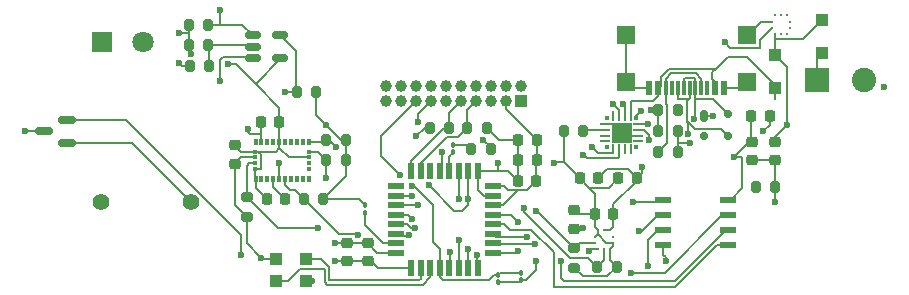
<source format=gbr>
%TF.GenerationSoftware,KiCad,Pcbnew,9.0.4*%
%TF.CreationDate,2026-02-27T16:14:11-07:00*%
%TF.ProjectId,Ashurs PCB,41736875-7273-4205-9043-422e6b696361,rev?*%
%TF.SameCoordinates,Original*%
%TF.FileFunction,Copper,L1,Top*%
%TF.FilePolarity,Positive*%
%FSLAX46Y46*%
G04 Gerber Fmt 4.6, Leading zero omitted, Abs format (unit mm)*
G04 Created by KiCad (PCBNEW 9.0.4) date 2026-02-27 16:14:11*
%MOMM*%
%LPD*%
G01*
G04 APERTURE LIST*
G04 Aperture macros list*
%AMRoundRect*
0 Rectangle with rounded corners*
0 $1 Rounding radius*
0 $2 $3 $4 $5 $6 $7 $8 $9 X,Y pos of 4 corners*
0 Add a 4 corners polygon primitive as box body*
4,1,4,$2,$3,$4,$5,$6,$7,$8,$9,$2,$3,0*
0 Add four circle primitives for the rounded corners*
1,1,$1+$1,$2,$3*
1,1,$1+$1,$4,$5*
1,1,$1+$1,$6,$7*
1,1,$1+$1,$8,$9*
0 Add four rect primitives between the rounded corners*
20,1,$1+$1,$2,$3,$4,$5,0*
20,1,$1+$1,$4,$5,$6,$7,0*
20,1,$1+$1,$6,$7,$8,$9,0*
20,1,$1+$1,$8,$9,$2,$3,0*%
G04 Aperture macros list end*
%TA.AperFunction,SMDPad,CuDef*%
%ADD10RoundRect,0.200000X-0.200000X-0.275000X0.200000X-0.275000X0.200000X0.275000X-0.200000X0.275000X0*%
%TD*%
%TA.AperFunction,SMDPad,CuDef*%
%ADD11RoundRect,0.225000X-0.250000X0.225000X-0.250000X-0.225000X0.250000X-0.225000X0.250000X0.225000X0*%
%TD*%
%TA.AperFunction,SMDPad,CuDef*%
%ADD12R,0.300000X0.525000*%
%TD*%
%TA.AperFunction,SMDPad,CuDef*%
%ADD13R,0.425000X0.300000*%
%TD*%
%TA.AperFunction,SMDPad,CuDef*%
%ADD14RoundRect,0.100000X-0.100000X0.130000X-0.100000X-0.130000X0.100000X-0.130000X0.100000X0.130000X0*%
%TD*%
%TA.AperFunction,SMDPad,CuDef*%
%ADD15RoundRect,0.200000X-0.275000X0.200000X-0.275000X-0.200000X0.275000X-0.200000X0.275000X0.200000X0*%
%TD*%
%TA.AperFunction,ComponentPad*%
%ADD16R,1.800000X1.800000*%
%TD*%
%TA.AperFunction,ComponentPad*%
%ADD17C,1.800000*%
%TD*%
%TA.AperFunction,SMDPad,CuDef*%
%ADD18RoundRect,0.200000X0.200000X0.275000X-0.200000X0.275000X-0.200000X-0.275000X0.200000X-0.275000X0*%
%TD*%
%TA.AperFunction,SMDPad,CuDef*%
%ADD19R,0.279400X0.254000*%
%TD*%
%TA.AperFunction,SMDPad,CuDef*%
%ADD20R,0.254000X0.279400*%
%TD*%
%TA.AperFunction,SMDPad,CuDef*%
%ADD21R,1.000000X1.050000*%
%TD*%
%TA.AperFunction,SMDPad,CuDef*%
%ADD22RoundRect,0.225000X0.250000X-0.225000X0.250000X0.225000X-0.250000X0.225000X-0.250000X-0.225000X0*%
%TD*%
%TA.AperFunction,SMDPad,CuDef*%
%ADD23RoundRect,0.225000X0.225000X0.250000X-0.225000X0.250000X-0.225000X-0.250000X0.225000X-0.250000X0*%
%TD*%
%TA.AperFunction,ComponentPad*%
%ADD24R,1.000000X1.000000*%
%TD*%
%TA.AperFunction,ComponentPad*%
%ADD25C,1.000000*%
%TD*%
%TA.AperFunction,SMDPad,CuDef*%
%ADD26R,0.508000X1.473200*%
%TD*%
%TA.AperFunction,SMDPad,CuDef*%
%ADD27R,1.473200X0.508000*%
%TD*%
%TA.AperFunction,SMDPad,CuDef*%
%ADD28RoundRect,0.150000X-0.512500X-0.150000X0.512500X-0.150000X0.512500X0.150000X-0.512500X0.150000X0*%
%TD*%
%TA.AperFunction,SMDPad,CuDef*%
%ADD29RoundRect,0.225000X-0.225000X-0.250000X0.225000X-0.250000X0.225000X0.250000X-0.225000X0.250000X0*%
%TD*%
%TA.AperFunction,SMDPad,CuDef*%
%ADD30RoundRect,0.200000X0.275000X-0.200000X0.275000X0.200000X-0.275000X0.200000X-0.275000X-0.200000X0*%
%TD*%
%TA.AperFunction,SMDPad,CuDef*%
%ADD31RoundRect,0.218750X0.218750X0.256250X-0.218750X0.256250X-0.218750X-0.256250X0.218750X-0.256250X0*%
%TD*%
%TA.AperFunction,SMDPad,CuDef*%
%ADD32RoundRect,0.175000X-0.175000X-0.325000X0.175000X-0.325000X0.175000X0.325000X-0.175000X0.325000X0*%
%TD*%
%TA.AperFunction,SMDPad,CuDef*%
%ADD33RoundRect,0.150000X-0.200000X-0.150000X0.200000X-0.150000X0.200000X0.150000X-0.200000X0.150000X0*%
%TD*%
%TA.AperFunction,SMDPad,CuDef*%
%ADD34RoundRect,0.150000X0.587500X0.150000X-0.587500X0.150000X-0.587500X-0.150000X0.587500X-0.150000X0*%
%TD*%
%TA.AperFunction,SMDPad,CuDef*%
%ADD35R,0.355600X0.355600*%
%TD*%
%TA.AperFunction,SMDPad,CuDef*%
%ADD36R,0.812800X0.254000*%
%TD*%
%TA.AperFunction,SMDPad,CuDef*%
%ADD37R,0.254000X0.812800*%
%TD*%
%TA.AperFunction,SMDPad,CuDef*%
%ADD38R,1.701800X1.701800*%
%TD*%
%TA.AperFunction,ComponentPad*%
%ADD39R,2.050000X2.050000*%
%TD*%
%TA.AperFunction,ComponentPad*%
%ADD40C,2.050000*%
%TD*%
%TA.AperFunction,SMDPad,CuDef*%
%ADD41RoundRect,0.250000X-0.300000X0.300000X-0.300000X-0.300000X0.300000X-0.300000X0.300000X0.300000X0*%
%TD*%
%TA.AperFunction,SMDPad,CuDef*%
%ADD42R,0.600000X1.150000*%
%TD*%
%TA.AperFunction,SMDPad,CuDef*%
%ADD43R,0.300000X1.150000*%
%TD*%
%TA.AperFunction,SMDPad,CuDef*%
%ADD44R,1.500000X1.500000*%
%TD*%
%TA.AperFunction,SMDPad,CuDef*%
%ADD45R,1.460500X0.558800*%
%TD*%
%TA.AperFunction,ComponentPad*%
%ADD46C,1.408000*%
%TD*%
%TA.AperFunction,ViaPad*%
%ADD47C,0.600000*%
%TD*%
%TA.AperFunction,Conductor*%
%ADD48C,0.200000*%
%TD*%
G04 APERTURE END LIST*
D10*
%TO.P,R18,1*%
%TO.N,Net-(D1-K)*%
X208350000Y-53750000D03*
%TO.P,R18,2*%
%TO.N,GND*%
X210000000Y-53750000D03*
%TD*%
D11*
%TO.P,C3,1*%
%TO.N,+3V3*%
X208000000Y-49950000D03*
%TO.P,C3,2*%
%TO.N,GND*%
X208000000Y-51500000D03*
%TD*%
D12*
%TO.P,U1,1*%
%TO.N,N/C*%
X166000000Y-49937500D03*
D13*
%TO.P,U1,2,GND*%
%TO.N,GND*%
X165937500Y-50750000D03*
%TO.P,U1,3,VDD*%
%TO.N,+3V3*%
X165937500Y-51250000D03*
%TO.P,U1,4,NBOOT_LOAD_PIN*%
%TO.N,IMU_nBOOTLOADPIN*%
X165937500Y-51750000D03*
%TO.P,U1,5,PS1*%
%TO.N,GND*%
X165937500Y-52250000D03*
D12*
%TO.P,U1,6,PS0*%
X166000000Y-53062500D03*
%TO.P,U1,7*%
%TO.N,N/C*%
X166500000Y-53062500D03*
%TO.P,U1,8*%
X167000000Y-53062500D03*
%TO.P,U1,9,CAP*%
%TO.N,Net-(U1-CAP)*%
X167500000Y-53062500D03*
%TO.P,U1,10,PIN10*%
%TO.N,IMU_BL_IND*%
X168000000Y-53062500D03*
%TO.P,U1,11,NRESET*%
%TO.N,IMU_nRESET*%
X168500000Y-53062500D03*
%TO.P,U1,12*%
%TO.N,N/C*%
X169000000Y-53062500D03*
%TO.P,U1,13*%
X169500000Y-53062500D03*
%TO.P,U1,14,INT*%
%TO.N,unconnected-(U1-INT-Pad14)*%
X170000000Y-53062500D03*
%TO.P,U1,15*%
%TO.N,N/C*%
X170500000Y-53062500D03*
D13*
%TO.P,U1,16,PIN16*%
%TO.N,unconnected-(U1-PIN16-Pad16)*%
X170562500Y-52250000D03*
%TO.P,U1,17,COM3*%
%TO.N,unconnected-(U1-COM3-Pad17)*%
X170562500Y-51750000D03*
%TO.P,U1,18,COM2*%
%TO.N,GND*%
X170562500Y-51250000D03*
%TO.P,U1,19,COM1*%
%TO.N,Altimeter_SCL*%
X170562500Y-50750000D03*
D12*
%TO.P,U1,20,COM0*%
%TO.N,Altimeter_SDA*%
X170500000Y-49937500D03*
%TO.P,U1,21*%
%TO.N,N/C*%
X170000000Y-49937500D03*
%TO.P,U1,22*%
X169500000Y-49937500D03*
%TO.P,U1,23*%
X169000000Y-49937500D03*
%TO.P,U1,24*%
X168500000Y-49937500D03*
%TO.P,U1,25,GNDIO*%
%TO.N,GND*%
X168000000Y-49937500D03*
%TO.P,U1,26,XOUT32*%
%TO.N,unconnected-(U1-XOUT32-Pad26)*%
X167500000Y-49937500D03*
%TO.P,U1,27,XIN32*%
%TO.N,unconnected-(U1-XIN32-Pad27)*%
X167000000Y-49937500D03*
%TO.P,U1,28,VDDIO*%
%TO.N,+3V3*%
X166500000Y-49937500D03*
%TD*%
D14*
%TO.P,C15,1*%
%TO.N,NRST*%
X186500000Y-61180000D03*
%TO.P,C15,2*%
%TO.N,GND*%
X186500000Y-61820000D03*
%TD*%
D15*
%TO.P,R17,1*%
%TO.N,Altimeter_SCL*%
X193000000Y-58925000D03*
%TO.P,R17,2*%
%TO.N,+3V3*%
X193000000Y-60575000D03*
%TD*%
D14*
%TO.P,D4,1,K*%
%TO.N,Net-(D4-K)*%
X182750000Y-50180000D03*
%TO.P,D4,2,A*%
%TO.N,COOLLED*%
X182750000Y-50820000D03*
%TD*%
D16*
%TO.P,J3,1,1*%
%TO.N,Net-(U6-+)*%
X153000000Y-41500000D03*
D17*
%TO.P,J3,2,2*%
%TO.N,VIN*%
X156500000Y-41500000D03*
%TD*%
D10*
%TO.P,R11,1*%
%TO.N,+3V3*%
X160425000Y-43500000D03*
%TO.P,R11,2*%
%TO.N,Net-(U6--)*%
X162075000Y-43500000D03*
%TD*%
D14*
%TO.P,JP2,1,A*%
%TO.N,NRST*%
X188503115Y-60997372D03*
%TO.P,JP2,2,B*%
%TO.N,GND*%
X188503115Y-61637372D03*
%TD*%
D18*
%TO.P,R12,1*%
%TO.N,Net-(U6--)*%
X162000000Y-41750000D03*
%TO.P,R12,2*%
%TO.N,GND*%
X160350000Y-41750000D03*
%TD*%
%TO.P,R8,1*%
%TO.N,Net-(U5-WAKEUP)*%
X193750000Y-49000000D03*
%TO.P,R8,2*%
%TO.N,+3V3*%
X192100000Y-49000000D03*
%TD*%
D19*
%TO.P,U2,1,ADJ/GND*%
%TO.N,GND*%
X209712600Y-39750000D03*
%TO.P,U2,2,Vout*%
%TO.N,+3V3*%
X209712600Y-40250000D03*
D20*
%TO.P,U2,3,Vin*%
%TO.N,VIN*%
X210000001Y-40787400D03*
%TO.P,U2,4,Vout*%
%TO.N,unconnected-(U2-Vout-Pad4)*%
X210500000Y-40787400D03*
%TO.P,U2,5*%
%TO.N,N/C*%
X210999999Y-40787400D03*
D19*
%TO.P,U2,6*%
X211287400Y-40250000D03*
%TO.P,U2,7*%
X211287400Y-39750000D03*
D20*
%TO.P,U2,8*%
X210999999Y-39212600D03*
%TO.P,U2,9*%
X210500000Y-39212600D03*
%TO.P,U2,10*%
X210000001Y-39212600D03*
%TD*%
D18*
%TO.P,R14,1*%
%TO.N,+3V3*%
X171750000Y-54750000D03*
%TO.P,R14,2*%
%TO.N,IMU_nRESET*%
X170100000Y-54750000D03*
%TD*%
D11*
%TO.P,C4,1*%
%TO.N,VIN*%
X210000000Y-49950000D03*
%TO.P,C4,2*%
%TO.N,GND*%
X210000000Y-51500000D03*
%TD*%
D18*
%TO.P,R10,1*%
%TO.N,+3V3*%
X171150000Y-45750000D03*
%TO.P,R10,2*%
%TO.N,SWITCH*%
X169500000Y-45750000D03*
%TD*%
D21*
%TO.P,Y2,1,OE*%
%TO.N,RCC_OSC_OUT*%
X167700000Y-61675000D03*
%TO.P,Y2,2,GND*%
%TO.N,GND*%
X170300000Y-61675000D03*
%TO.P,Y2,3,OUTPUT*%
%TO.N,RCC_OSC_IN*%
X170300000Y-59825000D03*
%TO.P,Y2,4,SUPPLY_VOLTAGE*%
%TO.N,+3V3*%
X167700000Y-59825000D03*
%TD*%
D22*
%TO.P,C12,1*%
%TO.N,+3V3*%
X175500000Y-60050000D03*
%TO.P,C12,2*%
%TO.N,GND*%
X175500000Y-58500000D03*
%TD*%
D23*
%TO.P,C7,1*%
%TO.N,GND*%
X195000000Y-53026000D03*
%TO.P,C7,2*%
%TO.N,+3V3*%
X193450000Y-53026000D03*
%TD*%
D24*
%TO.P,J1,1,1*%
%TO.N,+3V3*%
X188465000Y-46500000D03*
D25*
%TO.P,J1,2,2*%
X188465000Y-45230000D03*
%TO.P,J1,3,3*%
%TO.N,GND*%
X187195000Y-46500000D03*
%TO.P,J1,4,4*%
X187195000Y-45230000D03*
%TO.P,J1,5,5*%
X185925000Y-46500000D03*
%TO.P,J1,6,6*%
X185925000Y-45230000D03*
%TO.P,J1,7,7*%
%TO.N,PROG_SWDIO*%
X184655000Y-46500000D03*
%TO.P,J1,8,8*%
%TO.N,GND*%
X184655000Y-45230000D03*
%TO.P,J1,9,9*%
%TO.N,PROG_SWCLK*%
X183385000Y-46500000D03*
%TO.P,J1,10,10*%
%TO.N,GND*%
X183385000Y-45230000D03*
%TO.P,J1,11,11*%
%TO.N,unconnected-(J1-Pad11)*%
X182115000Y-46500000D03*
%TO.P,J1,12,12*%
%TO.N,GND*%
X182115000Y-45230000D03*
%TO.P,J1,13,13*%
%TO.N,PROG_SWO*%
X180845000Y-46500000D03*
%TO.P,J1,14,14*%
%TO.N,GND*%
X180845000Y-45230000D03*
%TO.P,J1,15,15*%
%TO.N,NRST*%
X179575000Y-46500000D03*
%TO.P,J1,16,16*%
%TO.N,GND*%
X179575000Y-45230000D03*
%TO.P,J1,17,17*%
%TO.N,unconnected-(J1-Pad17)*%
X178305000Y-46500000D03*
%TO.P,J1,18,18*%
%TO.N,GND*%
X178305000Y-45230000D03*
%TO.P,J1,19,19*%
%TO.N,unconnected-(J1-Pad19)*%
X177035000Y-46500000D03*
%TO.P,J1,20,20*%
%TO.N,GND*%
X177035000Y-45230000D03*
%TD*%
D26*
%TO.P,U7,1,VDD*%
%TO.N,+3V3*%
X179200001Y-60614800D03*
%TO.P,U7,2,PF0-OSC_IN*%
%TO.N,RCC_OSC_IN*%
X179999999Y-60614800D03*
%TO.P,U7,3,PF1-OSC_OUT*%
%TO.N,RCC_OSC_OUT*%
X180800000Y-60614800D03*
%TO.P,U7,4,PG10-NRST*%
%TO.N,NRST*%
X181600001Y-60614800D03*
%TO.P,U7,5,PA0*%
%TO.N,SWITCH*%
X182399999Y-60614800D03*
%TO.P,U7,6,PA1*%
%TO.N,Buzzer*%
X183200000Y-60614800D03*
%TO.P,U7,7,PA2*%
%TO.N,Flash_WP*%
X183999999Y-60614800D03*
%TO.P,U7,8,PA3*%
%TO.N,Flash_Hold*%
X184799999Y-60614800D03*
D27*
%TO.P,U7,9,PA4*%
%TO.N,Flash_CE*%
X186114800Y-59299999D03*
%TO.P,U7,10,PA5*%
%TO.N,Flash_SCK*%
X186114800Y-58500001D03*
%TO.P,U7,11,PA6*%
%TO.N,Flash_SO*%
X186114800Y-57700000D03*
%TO.P,U7,12,PA7*%
%TO.N,Flash_SI*%
X186114800Y-56899999D03*
%TO.P,U7,13,PB0*%
%TO.N,USB_RSTB*%
X186114800Y-56100001D03*
%TO.P,U7,14,VSSA*%
%TO.N,GND*%
X186114800Y-55300000D03*
%TO.P,U7,15,VDDA*%
%TO.N,+3V3*%
X186114800Y-54500001D03*
%TO.P,U7,16,VSS*%
%TO.N,GND*%
X186114800Y-53700001D03*
D26*
%TO.P,U7,17,VDD*%
%TO.N,+3V3*%
X184799999Y-52385200D03*
%TO.P,U7,18,PA8*%
%TO.N,Altimeter_SDA*%
X184000001Y-52385200D03*
%TO.P,U7,19,PA9*%
%TO.N,Altimeter_SCL*%
X183200000Y-52385200D03*
%TO.P,U7,20,PA10*%
%TO.N,COOLLED*%
X182399999Y-52385200D03*
%TO.P,U7,21,PA11*%
%TO.N,PROG_SWO*%
X181600001Y-52385200D03*
%TO.P,U7,22,PA12*%
%TO.N,unconnected-(U7A-PA12-Pad22)*%
X180800000Y-52385200D03*
%TO.P,U7,23,PA13*%
%TO.N,PROG_SWDIO*%
X180000001Y-52385200D03*
%TO.P,U7,24,PA14*%
%TO.N,PROG_SWCLK*%
X179200001Y-52385200D03*
D27*
%TO.P,U7,25,PA15*%
%TO.N,unconnected-(U7A-PA15-Pad25)*%
X177885200Y-53700001D03*
%TO.P,U7,26,PB3*%
%TO.N,USB_TXD*%
X177885200Y-54499999D03*
%TO.P,U7,27,PB4*%
%TO.N,USB_RXD*%
X177885200Y-55300000D03*
%TO.P,U7,28,PB5*%
%TO.N,IMU_BL_IND*%
X177885200Y-56100001D03*
%TO.P,U7,29,PB6*%
%TO.N,IMU_nBOOTLOADPIN*%
X177885200Y-56899999D03*
%TO.P,U7,30,PB7*%
%TO.N,IMU_nRESET*%
X177885200Y-57700000D03*
%TO.P,U7,31,PB8-BOOT0*%
%TO.N,BOOT*%
X177885200Y-58499999D03*
%TO.P,U7,32,VSS*%
%TO.N,GND*%
X177885200Y-59299999D03*
%TD*%
D28*
%TO.P,U6,1,+*%
%TO.N,Net-(U6-+)*%
X165792500Y-40915000D03*
%TO.P,U6,2,-*%
%TO.N,Net-(U6--)*%
X165792500Y-41865000D03*
%TO.P,U6,3,V+*%
%TO.N,VIN*%
X165792500Y-42815000D03*
%TO.P,U6,4,V-*%
%TO.N,GND*%
X168067500Y-42815000D03*
%TO.P,U6,5*%
%TO.N,SWITCH*%
X168067500Y-40915000D03*
%TD*%
D23*
%TO.P,C8,1*%
%TO.N,GND*%
X198275000Y-53026000D03*
%TO.P,C8,2*%
%TO.N,+3V3*%
X196725000Y-53026000D03*
%TD*%
D18*
%TO.P,R6,1*%
%TO.N,GND*%
X201750000Y-49000000D03*
%TO.P,R6,2*%
%TO.N,Net-(U5-VBUS)*%
X200100000Y-49000000D03*
%TD*%
D23*
%TO.P,C2,1*%
%TO.N,Net-(U1-CAP)*%
X168500000Y-54750000D03*
%TO.P,C2,2*%
%TO.N,GND*%
X166950000Y-54750000D03*
%TD*%
D14*
%TO.P,JP1,1,A*%
%TO.N,+3V3*%
X175250000Y-55280000D03*
%TO.P,JP1,2,B*%
%TO.N,BOOT*%
X175250000Y-55920000D03*
%TD*%
D11*
%TO.P,C1,1*%
%TO.N,GND*%
X164250000Y-50225000D03*
%TO.P,C1,2*%
%TO.N,+3V3*%
X164250000Y-51775000D03*
%TD*%
%TO.P,C6,1*%
%TO.N,+3V3*%
X193000000Y-55725000D03*
%TO.P,C6,2*%
%TO.N,GND*%
X193000000Y-57275000D03*
%TD*%
D29*
%TO.P,C11,1*%
%TO.N,+3V3*%
X188250000Y-49750000D03*
%TO.P,C11,2*%
%TO.N,GND*%
X189800000Y-49750000D03*
%TD*%
D30*
%TO.P,R15,1*%
%TO.N,+3V3*%
X165250000Y-56250000D03*
%TO.P,R15,2*%
%TO.N,IMU_nBOOTLOADPIN*%
X165250000Y-54600000D03*
%TD*%
D31*
%TO.P,D1,1,K*%
%TO.N,Net-(D1-K)*%
X209537500Y-47750000D03*
%TO.P,D1,2,A*%
%TO.N,+3V3*%
X207962500Y-47750000D03*
%TD*%
D18*
%TO.P,R4,1*%
%TO.N,+3V3*%
X185569911Y-48740620D03*
%TO.P,R4,2*%
%TO.N,PROG_SWDIO*%
X183919911Y-48740620D03*
%TD*%
D10*
%TO.P,R16,1*%
%TO.N,Altimeter_SDA*%
X194925000Y-60500000D03*
%TO.P,R16,2*%
%TO.N,+3V3*%
X196575000Y-60500000D03*
%TD*%
D29*
%TO.P,C5,1*%
%TO.N,+3V3*%
X194750000Y-56000000D03*
%TO.P,C5,2*%
%TO.N,GND*%
X196300000Y-56000000D03*
%TD*%
D18*
%TO.P,R2,1*%
%TO.N,+3V3*%
X173650000Y-51500000D03*
%TO.P,R2,2*%
%TO.N,Altimeter_SCL*%
X172000000Y-51500000D03*
%TD*%
%TO.P,R1,1*%
%TO.N,+3V3*%
X173650000Y-49750000D03*
%TO.P,R1,2*%
%TO.N,Altimeter_SDA*%
X172000000Y-49750000D03*
%TD*%
D32*
%TO.P,D3,1*%
%TO.N,GND*%
X204000000Y-47750000D03*
D33*
%TO.P,D3,2*%
%TO.N,VBUS*%
X204000000Y-49450000D03*
%TO.P,D3,3*%
%TO.N,Net-(J2-DP1)*%
X206000000Y-49450000D03*
%TO.P,D3,4*%
%TO.N,Net-(J2-DN1)*%
X206000000Y-47550000D03*
%TD*%
D29*
%TO.P,C10,1*%
%TO.N,+3V3*%
X188225000Y-53250000D03*
%TO.P,C10,2*%
%TO.N,GND*%
X189775000Y-53250000D03*
%TD*%
D34*
%TO.P,Q1,1,D*%
%TO.N,Net-(Q1-D)*%
X150000000Y-50000000D03*
%TO.P,Q1,2,G*%
%TO.N,Buzzer*%
X150000000Y-48100000D03*
%TO.P,Q1,3,S*%
%TO.N,GND*%
X148125000Y-49050000D03*
%TD*%
D10*
%TO.P,R13,1*%
%TO.N,Net-(D4-K)*%
X184250000Y-50500000D03*
%TO.P,R13,2*%
%TO.N,GND*%
X185900000Y-50500000D03*
%TD*%
%TO.P,R3,1*%
%TO.N,+3V3*%
X180744690Y-48740620D03*
%TO.P,R3,2*%
%TO.N,PROG_SWCLK*%
X182394690Y-48740620D03*
%TD*%
D29*
%TO.P,C14,1*%
%TO.N,+3V3*%
X166475000Y-48250000D03*
%TO.P,C14,2*%
%TO.N,GND*%
X168025000Y-48250000D03*
%TD*%
D22*
%TO.P,C13,1*%
%TO.N,+3V3*%
X173750000Y-60050000D03*
%TO.P,C13,2*%
%TO.N,GND*%
X173750000Y-58500000D03*
%TD*%
D29*
%TO.P,C9,1*%
%TO.N,+3V3*%
X188250000Y-51500000D03*
%TO.P,C9,2*%
%TO.N,GND*%
X189800000Y-51500000D03*
%TD*%
D35*
%TO.P,U5,1,GPIO.1_/_RS485*%
%TO.N,unconnected-(U5-GPIO.1_{slash}_RS485-Pad1)*%
X198249811Y-50397061D03*
D36*
%TO.P,U5,2,GPIO.0_/CLK*%
%TO.N,unconnected-(U5-GPIO.0_{slash}CLK-Pad2)*%
X198396811Y-49897189D03*
%TO.P,U5,3,GND*%
%TO.N,GND*%
X198396811Y-49397063D03*
%TO.P,U5,4,D+*%
%TO.N,Net-(J2-DP1)*%
X198396811Y-48896937D03*
%TO.P,U5,5,D-*%
%TO.N,Net-(J2-DN1)*%
X198396811Y-48396811D03*
D35*
%TO.P,U5,6,VDD*%
%TO.N,+3V3*%
X198249811Y-47896939D03*
D37*
%TO.P,U5,7,VREGIN*%
%TO.N,VBUS*%
X197750000Y-47750000D03*
%TO.P,U5,8,VBUS*%
%TO.N,Net-(U5-VBUS)*%
X197249874Y-47750000D03*
%TO.P,U5,9,RSTB*%
%TO.N,USB_RSTB*%
X196749748Y-47750000D03*
%TO.P,U5,10,NC*%
%TO.N,unconnected-(U5-NC-Pad10)*%
X196249622Y-47750000D03*
D35*
%TO.P,U5,11,SUSPENDB*%
%TO.N,unconnected-(U5-SUSPENDB-Pad11)*%
X195749811Y-47896939D03*
D36*
%TO.P,U5,12,GND*%
%TO.N,GND*%
X195602811Y-48396811D03*
%TO.P,U5,13,WAKEUP*%
%TO.N,Net-(U5-WAKEUP)*%
X195602811Y-48896937D03*
%TO.P,U5,14,SUSPEND*%
%TO.N,unconnected-(U5-SUSPEND-Pad14)*%
X195602811Y-49397063D03*
%TO.P,U5,15,CTS*%
%TO.N,unconnected-(U5-CTS-Pad15)*%
X195602811Y-49897189D03*
D35*
%TO.P,U5,16,RTS*%
%TO.N,unconnected-(U5-RTS-Pad16)*%
X195749811Y-50397061D03*
D37*
%TO.P,U5,17,RXD*%
%TO.N,USB_TXD*%
X196249622Y-50544000D03*
%TO.P,U5,18,TXD*%
%TO.N,USB_RXD*%
X196749748Y-50544000D03*
%TO.P,U5,19,GPIO.3_/_RXT*%
%TO.N,unconnected-(U5-GPIO.3_{slash}_RXT-Pad19)*%
X197249874Y-50544000D03*
%TO.P,U5,20,GPIO.2_/_TXT*%
%TO.N,unconnected-(U5-GPIO.2_{slash}_TXT-Pad20)*%
X197750000Y-50544000D03*
D38*
%TO.P,U5,21,EPAD*%
%TO.N,GND*%
X196999811Y-49147000D03*
%TD*%
D18*
%TO.P,R9,1*%
%TO.N,Net-(U6-+)*%
X162000000Y-40000000D03*
%TO.P,R9,2*%
%TO.N,GND*%
X160350000Y-40000000D03*
%TD*%
D39*
%TO.P,J4,1,1*%
%TO.N,LIPO_POWER*%
X213557500Y-44712500D03*
D40*
%TO.P,J4,2,2*%
%TO.N,GND*%
X217517500Y-44712500D03*
%TD*%
D41*
%TO.P,D2,1,K*%
%TO.N,VIN*%
X210000000Y-42600000D03*
%TO.P,D2,2,A*%
%TO.N,VBUS*%
X210000000Y-45400000D03*
%TD*%
D19*
%TO.P,U4,1,VDDIO*%
%TO.N,+3V3*%
X194712601Y-57962600D03*
%TO.P,U4,2,SCK*%
%TO.N,Altimeter_SCL*%
X194712601Y-58462600D03*
D20*
%TO.P,U4,3,VSS*%
%TO.N,GND*%
X195000002Y-59000000D03*
%TO.P,U4,4,SDI*%
%TO.N,Altimeter_SDA*%
X195500001Y-59000000D03*
%TO.P,U4,5,SDO*%
%TO.N,+3V3*%
X196000000Y-59000000D03*
D19*
%TO.P,U4,6,CSB*%
X196287401Y-58462600D03*
%TO.P,U4,7,INT*%
%TO.N,unconnected-(U4-INT-Pad7)*%
X196287401Y-57962600D03*
D20*
%TO.P,U4,8,VSS*%
%TO.N,GND*%
X196000000Y-57425200D03*
%TO.P,U4,9,VSS*%
X195500001Y-57425200D03*
%TO.P,U4,10,VDD*%
%TO.N,+3V3*%
X195000002Y-57425200D03*
%TD*%
D41*
%TO.P,D5,1,K*%
%TO.N,VIN*%
X214000000Y-39600000D03*
%TO.P,D5,2,A*%
%TO.N,LIPO_POWER*%
X214000000Y-42400000D03*
%TD*%
D10*
%TO.P,R5,1*%
%TO.N,Net-(U5-VBUS)*%
X200100000Y-47250000D03*
%TO.P,R5,2*%
%TO.N,VBUS*%
X201750000Y-47250000D03*
%TD*%
%TO.P,R7,1*%
%TO.N,Net-(J2-CC1)*%
X200100000Y-50750000D03*
%TO.P,R7,2*%
%TO.N,GND*%
X201750000Y-50750000D03*
%TD*%
D42*
%TO.P,J2,A1_B12,GND_A*%
%TO.N,GND*%
X205700000Y-45408493D03*
%TO.P,J2,A4_B9,VBUS_A*%
%TO.N,VBUS*%
X204900000Y-45408493D03*
D43*
%TO.P,J2,A5,CC1*%
%TO.N,Net-(J2-CC1)*%
X203750000Y-45408493D03*
%TO.P,J2,A6,DP1*%
%TO.N,Net-(J2-DP1)*%
X202750000Y-45408493D03*
%TO.P,J2,A7,DN1*%
%TO.N,Net-(J2-DN1)*%
X202250000Y-45408493D03*
%TO.P,J2,A8,SBU1*%
%TO.N,unconnected-(J2-SBU1-PadA8)*%
X201250000Y-45408493D03*
D42*
%TO.P,J2,B1_A12,GND_B*%
%TO.N,GND*%
X199300000Y-45408493D03*
%TO.P,J2,B4_A9,VBUS_B*%
%TO.N,VBUS*%
X200100000Y-45408493D03*
D43*
%TO.P,J2,B5,CC2*%
%TO.N,Net-(J2-CC1)*%
X200750000Y-45408493D03*
%TO.P,J2,B6,DP2*%
%TO.N,Net-(J2-DP1)*%
X201750000Y-45408493D03*
%TO.P,J2,B7,DN2*%
%TO.N,Net-(J2-DN1)*%
X203250000Y-45408493D03*
%TO.P,J2,B8,SBU2*%
%TO.N,unconnected-(J2-SBU2-PadB8)*%
X204250000Y-45408493D03*
D44*
%TO.P,J2,SH1,SHIELD*%
%TO.N,GND*%
X207620000Y-44833493D03*
%TO.P,J2,SH2,SHIELD__1*%
X197380000Y-44833493D03*
%TO.P,J2,SH3,SHIELD__2*%
X207620000Y-40903493D03*
%TO.P,J2,SH4,SHIELD__3*%
X197380000Y-40903493D03*
%TD*%
D45*
%TO.P,U3,1,\u002ACE*%
%TO.N,Flash_CE*%
X200525850Y-54845000D03*
%TO.P,U3,2,SO*%
%TO.N,Flash_SO*%
X200525850Y-56115000D03*
%TO.P,U3,3,\u002AWP*%
%TO.N,Flash_WP*%
X200525850Y-57385000D03*
%TO.P,U3,4,VSS*%
%TO.N,GND*%
X200525850Y-58655000D03*
%TO.P,U3,5,SI*%
%TO.N,Flash_SI*%
X205974150Y-58655000D03*
%TO.P,U3,6,SCK*%
%TO.N,Flash_SCK*%
X205974150Y-57385000D03*
%TO.P,U3,7,\u002AHOLD*%
%TO.N,Flash_Hold*%
X205974150Y-56115000D03*
%TO.P,U3,8,VDD*%
%TO.N,+3V3*%
X205974150Y-54845000D03*
%TD*%
D46*
%TO.P,LS1,N*%
%TO.N,Net-(Q1-D)*%
X160500000Y-55000000D03*
%TO.P,LS1,P*%
%TO.N,+3V3*%
X152900000Y-55000000D03*
%TD*%
D47*
%TO.N,USB_RXD*%
X193750000Y-51000000D03*
%TO.N,USB_TXD*%
X194498943Y-50399000D03*
%TO.N,GND*%
X160500000Y-42500000D03*
X202753210Y-50024675D03*
X146500000Y-49000000D03*
X200750000Y-60000000D03*
X207620000Y-40903493D03*
X163655387Y-43310674D03*
X197250000Y-49000000D03*
X198750000Y-52026000D03*
X159500000Y-40750000D03*
X197500000Y-41000000D03*
X170750000Y-61750000D03*
X189750000Y-60000000D03*
X204750000Y-47750000D03*
X193750000Y-57250000D03*
X207500000Y-45000000D03*
X172750000Y-58500000D03*
X219250000Y-45250000D03*
X210000000Y-55000000D03*
X185250000Y-49750000D03*
X194264004Y-59156638D03*
%TO.N,+3V3*%
X206500000Y-51250000D03*
X159500000Y-43250000D03*
X191250000Y-51750000D03*
X165374297Y-48874289D03*
X198675734Y-47350000D03*
X205750000Y-41500000D03*
X186500000Y-51750000D03*
X166500000Y-59750000D03*
X179625735Y-49474265D03*
X172000000Y-48500000D03*
X172750000Y-60000000D03*
%TO.N,VIN*%
X163000000Y-44750000D03*
X211000000Y-48500000D03*
%TO.N,NRST*%
X179225375Y-53700377D03*
X178250000Y-52750000D03*
%TO.N,Net-(D1-K)*%
X209000000Y-49000000D03*
X208350000Y-53750000D03*
%TO.N,VBUS*%
X204000000Y-49450000D03*
X201673899Y-47173899D03*
X204900000Y-45707771D03*
%TO.N,Net-(J2-DN1)*%
X199240182Y-48396811D03*
X203150000Y-47971772D03*
%TO.N,Net-(J2-DP1)*%
X199302703Y-49747619D03*
X202650000Y-49231358D03*
X199302703Y-49747619D03*
%TO.N,PROG_SWO*%
X179750000Y-48250000D03*
X181799265Y-50799265D03*
%TO.N,Net-(U6-+)*%
X163000000Y-38800000D03*
%TO.N,Buzzer*%
X164750000Y-59500000D03*
X183250000Y-58250000D03*
%TO.N,Altimeter_SDA*%
X180697404Y-53621802D03*
X188750000Y-55500000D03*
X184000000Y-54750000D03*
X172814299Y-50326460D03*
%TO.N,Altimeter_SCL*%
X183199997Y-54750000D03*
X189750000Y-55750000D03*
X172000000Y-53000000D03*
%TO.N,Net-(U5-VBUS)*%
X199500000Y-47250000D03*
X197150000Y-46750000D03*
%TO.N,SWITCH*%
X168500000Y-45750000D03*
X182500000Y-59250000D03*
%TO.N,IMU_nRESET*%
X174662025Y-57849999D03*
X179000000Y-57849999D03*
%TO.N,IMU_nBOOTLOADPIN*%
X179512149Y-57235421D03*
X171250000Y-57250000D03*
%TO.N,IMU_BL_IND*%
X168000000Y-51750000D03*
X179250000Y-56451000D03*
%TO.N,Flash_SO*%
X198500000Y-57500000D03*
X189000000Y-57956297D03*
%TO.N,Flash_WP*%
X184000000Y-59000000D03*
X199250000Y-60400000D03*
%TO.N,Flash_Hold*%
X184750000Y-59500000D03*
X197750000Y-61000000D03*
%TO.N,Flash_CE*%
X198000000Y-55000000D03*
X188250000Y-59156297D03*
%TO.N,Flash_SCK*%
X189700735Y-58556297D03*
X191850000Y-60000000D03*
%TO.N,USB_RXD*%
X179750000Y-55250000D03*
%TO.N,USB_RSTB*%
X196250000Y-46750000D03*
X188250000Y-56701000D03*
%TO.N,USB_TXD*%
X179250000Y-54500000D03*
%TD*%
D48*
%TO.N,USB_RXD*%
X194026861Y-51276861D02*
X193750000Y-51000000D01*
X196749748Y-51250252D02*
X196723139Y-51276861D01*
X196723139Y-51276861D02*
X194026861Y-51276861D01*
%TO.N,USB_TXD*%
X194975804Y-50875861D02*
X194498943Y-50399000D01*
X196228611Y-50875861D02*
X194975804Y-50875861D01*
X196249622Y-50854850D02*
X196228611Y-50875861D01*
X196249622Y-50544000D02*
X196249622Y-50854850D01*
%TO.N,GND*%
X166000000Y-53062500D02*
X166000000Y-53800000D01*
X160350000Y-40750000D02*
X160350000Y-41750000D01*
X168000000Y-50452000D02*
X168000000Y-49937500D01*
X165937500Y-50750000D02*
X166250000Y-50750000D01*
X187195000Y-47145000D02*
X187195000Y-46500000D01*
X166402000Y-52250000D02*
X165937500Y-52250000D01*
X185900000Y-50400000D02*
X185250000Y-49750000D01*
X170675000Y-61675000D02*
X170750000Y-61750000D01*
X186976000Y-55300000D02*
X186114800Y-55300000D01*
X160350000Y-40000000D02*
X160350000Y-40750000D01*
X187377399Y-54026000D02*
X187051400Y-53700001D01*
X188862628Y-61637372D02*
X189750000Y-60750000D01*
X165937500Y-53000000D02*
X166000000Y-53062500D01*
X165937500Y-50750000D02*
X164775000Y-50750000D01*
X188250000Y-54026000D02*
X186976000Y-55300000D01*
X186647372Y-61967372D02*
X186500000Y-61820000D01*
X200525850Y-59474150D02*
X200525850Y-58655000D01*
X195000000Y-53026000D02*
X195776000Y-52250000D01*
X196300000Y-56000000D02*
X196300000Y-57125200D01*
X164775000Y-50750000D02*
X164250000Y-50225000D01*
X188503115Y-61637372D02*
X188862628Y-61637372D01*
X210000000Y-51500000D02*
X208000000Y-51500000D01*
X189800000Y-49750000D02*
X189800000Y-51500000D01*
X166000000Y-53800000D02*
X166950000Y-54750000D01*
X208773493Y-39750000D02*
X207620000Y-40903493D01*
X209712600Y-39750000D02*
X208773493Y-39750000D01*
X176299999Y-59299999D02*
X177885200Y-59299999D01*
X168067500Y-42815000D02*
X168067500Y-42932500D01*
X166000000Y-45000000D02*
X168025000Y-47025000D01*
X204000000Y-47750000D02*
X204750000Y-47750000D01*
X197380000Y-44833493D02*
X197380000Y-41120000D01*
X160350000Y-41750000D02*
X160350000Y-42350000D01*
X188999000Y-54026000D02*
X188250000Y-54026000D01*
X166250000Y-50750000D02*
X166451000Y-50951000D01*
X198750000Y-52551000D02*
X198275000Y-53026000D01*
X198750000Y-52026000D02*
X198750000Y-52551000D01*
X200750000Y-59698300D02*
X200525850Y-59474150D01*
X202728535Y-50000000D02*
X202753210Y-50024675D01*
X198396811Y-49397063D02*
X197647063Y-49397063D01*
X198275000Y-53251000D02*
X196300000Y-55226000D01*
X189800000Y-49750000D02*
X187195000Y-47145000D01*
X205700000Y-45408493D02*
X207091507Y-45408493D01*
X189775000Y-53250000D02*
X189775000Y-51525000D01*
X193000000Y-57275000D02*
X193725000Y-57275000D01*
X196300000Y-57125200D02*
X196000000Y-57425200D01*
X160350000Y-40750000D02*
X159500000Y-40750000D01*
X146550000Y-49050000D02*
X146500000Y-49000000D01*
X199300000Y-45408493D02*
X197955000Y-45408493D01*
X165937500Y-52250000D02*
X165937500Y-53000000D01*
X201750000Y-50000000D02*
X201750000Y-49000000D01*
X210000000Y-53750000D02*
X210000000Y-55000000D01*
X173750000Y-58500000D02*
X175500000Y-58500000D01*
X197499000Y-52250000D02*
X198275000Y-53026000D01*
X173750000Y-58500000D02*
X172750000Y-58500000D01*
X168000000Y-50452000D02*
X168798000Y-51250000D01*
X196300000Y-55226000D02*
X196300000Y-56000000D01*
X166451000Y-50951000D02*
X166451000Y-52201000D01*
X195000002Y-59000000D02*
X194420642Y-59000000D01*
X148125000Y-49050000D02*
X146550000Y-49050000D01*
X166451000Y-52201000D02*
X166402000Y-52250000D01*
X195500001Y-57425200D02*
X196000000Y-57425200D01*
X189775000Y-53250000D02*
X188999000Y-54026000D01*
X193725000Y-57275000D02*
X193750000Y-57250000D01*
X195602811Y-48396811D02*
X195663400Y-48457400D01*
X168025000Y-47025000D02*
X168025000Y-48250000D01*
X188320487Y-61820000D02*
X186500000Y-61820000D01*
X194420642Y-59000000D02*
X194264004Y-59156638D01*
X187051400Y-53700001D02*
X186114800Y-53700001D01*
X201750000Y-50750000D02*
X201750000Y-50000000D01*
X168798000Y-51250000D02*
X170562500Y-51250000D01*
X167702000Y-50750000D02*
X168000000Y-50452000D01*
X195776000Y-52250000D02*
X197499000Y-52250000D01*
X175500000Y-58500000D02*
X176299999Y-59299999D01*
X164310674Y-43310674D02*
X166000000Y-45000000D01*
X188503115Y-61637372D02*
X188320487Y-61820000D01*
X160350000Y-42350000D02*
X160500000Y-42500000D01*
X163655387Y-43310674D02*
X164310674Y-43310674D01*
X189750000Y-60750000D02*
X189750000Y-60000000D01*
X195663400Y-48457400D02*
X196707400Y-48457400D01*
X188250000Y-54026000D02*
X187377399Y-54026000D01*
X168025000Y-48250000D02*
X168025000Y-49912500D01*
X165937500Y-50750000D02*
X167702000Y-50750000D01*
X168067500Y-42932500D02*
X166000000Y-45000000D01*
X210000000Y-51500000D02*
X210000000Y-53750000D01*
X200750000Y-60000000D02*
X200750000Y-59698300D01*
X201750000Y-50000000D02*
X202728535Y-50000000D01*
%TO.N,+3V3*%
X198249811Y-47896939D02*
X198249811Y-47775923D01*
X173650000Y-51500000D02*
X173650000Y-49750000D01*
X186500000Y-52385200D02*
X186500000Y-51750000D01*
X208000000Y-49950000D02*
X207800000Y-49950000D01*
X196000000Y-59000000D02*
X196000000Y-59925000D01*
X196725000Y-53026000D02*
X195949000Y-53802000D01*
X188250000Y-51500000D02*
X188250000Y-53225000D01*
X173750000Y-60050000D02*
X172800000Y-60050000D01*
X194226000Y-53802000D02*
X194750000Y-54326000D01*
X165250000Y-56250000D02*
X165250000Y-58500000D01*
X164250000Y-51775000D02*
X164250000Y-55250000D01*
X188250000Y-49750000D02*
X186579291Y-49750000D01*
X171150000Y-47650000D02*
X172000000Y-48500000D01*
X196000000Y-59925000D02*
X196575000Y-60500000D01*
X194750000Y-56000000D02*
X193275000Y-56000000D01*
X195949000Y-53802000D02*
X194226000Y-53802000D01*
X171750000Y-54750000D02*
X174720000Y-54750000D01*
X208671000Y-41954493D02*
X206204493Y-41954493D01*
X173650000Y-52850000D02*
X171750000Y-54750000D01*
X159750000Y-43500000D02*
X159500000Y-43250000D01*
X186500000Y-52385200D02*
X184799999Y-52385200D01*
X184799999Y-53977800D02*
X184799999Y-52385200D01*
X196287401Y-58462600D02*
X196287401Y-58712599D01*
X193000000Y-60575000D02*
X193701000Y-61276000D01*
X186114800Y-54500001D02*
X185322200Y-54500001D01*
X194750000Y-54326000D02*
X194750000Y-56000000D01*
X187360200Y-52385200D02*
X186500000Y-52385200D01*
X192100000Y-51676000D02*
X191324000Y-51676000D01*
X165374297Y-48874289D02*
X165374297Y-49124297D01*
X196287401Y-58712599D02*
X196000000Y-59000000D01*
X192100000Y-51676000D02*
X193450000Y-53026000D01*
X172800000Y-60050000D02*
X172750000Y-60000000D01*
X194962600Y-57712600D02*
X195712600Y-58462600D01*
X165250000Y-58500000D02*
X166500000Y-59750000D01*
X180744690Y-48740620D02*
X180359380Y-48740620D01*
X207962500Y-47750000D02*
X207962500Y-49912500D01*
X198249811Y-47775923D02*
X198675734Y-47350000D01*
X195799000Y-61276000D02*
X196575000Y-60500000D01*
X174720000Y-54750000D02*
X175250000Y-55280000D01*
X186579291Y-49750000D02*
X185569911Y-48740620D01*
X176364800Y-60614800D02*
X179200001Y-60614800D01*
X165500000Y-49250000D02*
X166500000Y-49250000D01*
X166500000Y-49937500D02*
X166500000Y-49250000D01*
X180359380Y-48740620D02*
X179625735Y-49474265D01*
X194750000Y-57175198D02*
X195000002Y-57425200D01*
X207224150Y-53845000D02*
X206224150Y-54845000D01*
X195712600Y-58462600D02*
X196287401Y-58462600D01*
X173750000Y-60050000D02*
X175500000Y-60050000D01*
X164250000Y-55250000D02*
X165250000Y-56250000D01*
X194226000Y-53802000D02*
X193450000Y-53026000D01*
X166575000Y-59825000D02*
X166500000Y-59750000D01*
X192100000Y-51676000D02*
X192100000Y-49000000D01*
X207962500Y-49912500D02*
X208000000Y-49950000D01*
X173250000Y-49750000D02*
X172000000Y-48500000D01*
X207224150Y-51250000D02*
X207224150Y-53845000D01*
X206204493Y-41954493D02*
X205750000Y-41500000D01*
X164250000Y-51775000D02*
X164775000Y-51250000D01*
X171150000Y-45750000D02*
X171150000Y-47650000D01*
X195000002Y-57425200D02*
X195000002Y-57675199D01*
X207224150Y-51250000D02*
X206500000Y-51250000D01*
X193701000Y-61276000D02*
X195799000Y-61276000D01*
X207800000Y-49950000D02*
X206500000Y-51250000D01*
X194962600Y-57712600D02*
X194712601Y-57962600D01*
X160425000Y-43500000D02*
X159750000Y-43500000D01*
X188225000Y-53250000D02*
X187360200Y-52385200D01*
X166500000Y-49250000D02*
X166500000Y-48275000D01*
X194750000Y-56000000D02*
X194750000Y-57175198D01*
X208671000Y-41291600D02*
X208671000Y-41954493D01*
X164775000Y-51250000D02*
X165937500Y-51250000D01*
X209712600Y-40250000D02*
X208671000Y-41291600D01*
X173650000Y-51500000D02*
X173650000Y-52850000D01*
X165374297Y-49124297D02*
X165500000Y-49250000D01*
X167700000Y-59825000D02*
X166575000Y-59825000D01*
X185322200Y-54500001D02*
X184799999Y-53977800D01*
X175800000Y-60050000D02*
X176364800Y-60614800D01*
X188250000Y-49750000D02*
X188250000Y-51500000D01*
X191324000Y-51676000D02*
X191250000Y-51750000D01*
X173650000Y-49750000D02*
X173250000Y-49750000D01*
X195000002Y-57675199D02*
X194962600Y-57712600D01*
%TO.N,Net-(U1-CAP)*%
X167500000Y-53062500D02*
X167500000Y-53750000D01*
X167500000Y-53750000D02*
X168500000Y-54750000D01*
%TO.N,VIN*%
X210000000Y-49500000D02*
X211000000Y-48500000D01*
X165687174Y-42709674D02*
X165792500Y-42815000D01*
X163000000Y-44750000D02*
X163000000Y-42980001D01*
X210000000Y-42600000D02*
X211000000Y-43600000D01*
X210000000Y-42600000D02*
X210000001Y-40787400D01*
X212371900Y-41228100D02*
X214000000Y-39600000D01*
X210000000Y-49950000D02*
X210000000Y-49500000D01*
X210000001Y-40787400D02*
X210000001Y-41156101D01*
X210000001Y-41156101D02*
X210072000Y-41228100D01*
X163000000Y-42980001D02*
X163270327Y-42709674D01*
X210072000Y-41228100D02*
X212371900Y-41228100D01*
X211000000Y-43600000D02*
X211000000Y-48500000D01*
X163270327Y-42709674D02*
X165687174Y-42709674D01*
%TO.N,NRST*%
X185750000Y-61652400D02*
X186222400Y-61180000D01*
X181000000Y-58400000D02*
X181600001Y-59000001D01*
X176648598Y-51148598D02*
X178250000Y-52750000D01*
X179225375Y-53700377D02*
X179450377Y-53700377D01*
X186500000Y-61180000D02*
X186682628Y-60997372D01*
X186222400Y-61180000D02*
X186500000Y-61180000D01*
X181600001Y-60614800D02*
X181600001Y-61407402D01*
X181600001Y-61407402D02*
X181844999Y-61652400D01*
X181844999Y-61652400D02*
X185750000Y-61652400D01*
X186682628Y-60997372D02*
X188503115Y-60997372D01*
X179450377Y-53700377D02*
X181000000Y-55250000D01*
X181600001Y-59000001D02*
X181600001Y-60614800D01*
X181000000Y-55250000D02*
X181000000Y-58400000D01*
X176648598Y-49426402D02*
X176648598Y-51148598D01*
X176648598Y-49426402D02*
X179575000Y-46500000D01*
%TO.N,Net-(D1-K)*%
X209537500Y-48462500D02*
X209000000Y-49000000D01*
X209537500Y-47750000D02*
X209537500Y-48462500D01*
%TO.N,VBUS*%
X205982129Y-42750000D02*
X207638507Y-42750000D01*
X200299000Y-44465393D02*
X201033900Y-43730493D01*
X204689000Y-44043129D02*
X204689000Y-44623857D01*
X205982129Y-42750000D02*
X204991064Y-43741064D01*
X200100000Y-45408493D02*
X200100000Y-46046750D01*
X201033900Y-43730493D02*
X204980493Y-43730493D01*
X200299000Y-45209493D02*
X200299000Y-44465393D01*
X210000000Y-45825000D02*
X210000000Y-46292100D01*
X204991064Y-43741064D02*
X204689000Y-44043129D01*
X197750000Y-46500000D02*
X197750000Y-47750000D01*
X204689000Y-44623857D02*
X204900000Y-44834857D01*
X210000000Y-45111493D02*
X210000000Y-45400000D01*
X200100000Y-46046750D02*
X199646750Y-46500000D01*
X199646750Y-46500000D02*
X197750000Y-46500000D01*
X204980493Y-43730493D02*
X204991064Y-43741064D01*
X207638507Y-42750000D02*
X210000000Y-45111493D01*
X204900000Y-44834857D02*
X204900000Y-45408493D01*
%TO.N,Net-(J2-DN1)*%
X202250000Y-45408493D02*
X202250000Y-44633493D01*
X202250000Y-44633493D02*
X202351000Y-44532493D01*
X203201000Y-46284493D02*
X204734493Y-46284493D01*
X202351000Y-44532493D02*
X203133900Y-44532493D01*
X203250000Y-45408493D02*
X203250000Y-46235493D01*
X199240182Y-48396811D02*
X198396811Y-48396811D01*
X203201000Y-46284493D02*
X203201000Y-47920772D01*
X203250000Y-46235493D02*
X203201000Y-46284493D01*
X203201000Y-47920772D02*
X203150000Y-47971772D01*
X204734493Y-46284493D02*
X206000000Y-47550000D01*
X203250000Y-44648593D02*
X203250000Y-45408493D01*
X203133900Y-44532493D02*
X203250000Y-44648593D01*
%TO.N,Net-(J2-DP1)*%
X198396811Y-48896937D02*
X198890365Y-48896937D01*
X202578285Y-48250000D02*
X202578285Y-49159643D01*
X201750000Y-45408493D02*
X201750000Y-46235493D01*
X198890365Y-48896937D02*
X199302703Y-49309275D01*
X202701000Y-46284493D02*
X202549000Y-46436493D01*
X202578285Y-48250000D02*
X203177285Y-48849000D01*
X201799000Y-46284493D02*
X202701000Y-46284493D01*
X202578285Y-49159643D02*
X202650000Y-49231358D01*
X202750000Y-46235493D02*
X202750000Y-45408493D01*
X202701000Y-46284493D02*
X202750000Y-46235493D01*
X205399000Y-48849000D02*
X206000000Y-49450000D01*
X201750000Y-46235493D02*
X201799000Y-46284493D01*
X202549000Y-46436493D02*
X202549000Y-48220715D01*
X202549000Y-48220715D02*
X202578285Y-48250000D01*
X199302703Y-49309275D02*
X199302703Y-49747619D01*
X203177285Y-48849000D02*
X205399000Y-48849000D01*
%TO.N,Net-(D4-K)*%
X182750000Y-50180000D02*
X183930000Y-50180000D01*
X183930000Y-50180000D02*
X184250000Y-50500000D01*
%TO.N,COOLLED*%
X182399999Y-51170001D02*
X182399999Y-52385200D01*
X182750000Y-50820000D02*
X182399999Y-51170001D01*
%TO.N,LIPO_POWER*%
X213557500Y-44712500D02*
X213557500Y-42832500D01*
%TO.N,PROG_SWDIO*%
X183919911Y-47235089D02*
X184655000Y-46500000D01*
X183143911Y-49516620D02*
X182233380Y-49516620D01*
X183919911Y-48740620D02*
X183143911Y-49516620D01*
X182233380Y-49516620D02*
X180000001Y-51749999D01*
X183919911Y-48740620D02*
X183919911Y-47235089D01*
%TO.N,PROG_SWO*%
X179750000Y-47595000D02*
X179750000Y-48250000D01*
X180845000Y-46500000D02*
X179750000Y-47595000D01*
X181799265Y-50799265D02*
X181799265Y-52185936D01*
X181799265Y-52185936D02*
X181600001Y-52385200D01*
%TO.N,PROG_SWCLK*%
X182394690Y-48740620D02*
X182394690Y-47490310D01*
X181994690Y-48740620D02*
X179200001Y-51535309D01*
X182394690Y-48740620D02*
X181994690Y-48740620D01*
X182394690Y-47490310D02*
X183385000Y-46500000D01*
X179200001Y-51535309D02*
X179200001Y-52385200D01*
%TO.N,Net-(J2-CC1)*%
X200801000Y-50049000D02*
X200100000Y-50750000D01*
X203750000Y-44581493D02*
X203750000Y-45408493D01*
X200750000Y-45408493D02*
X200750000Y-46710936D01*
X200801000Y-46761936D02*
X200801000Y-50049000D01*
X203300000Y-44131493D02*
X203750000Y-44581493D01*
X201200000Y-44131493D02*
X203300000Y-44131493D01*
X200750000Y-45408493D02*
X200750000Y-44581493D01*
X200750000Y-44581493D02*
X201200000Y-44131493D01*
X200750000Y-46710936D02*
X200801000Y-46761936D01*
%TO.N,Net-(U6-+)*%
X163000000Y-38800000D02*
X163000000Y-40000000D01*
X163000000Y-40000000D02*
X164877500Y-40000000D01*
X163000000Y-40000000D02*
X162000000Y-40000000D01*
X164877500Y-40000000D02*
X165792500Y-40915000D01*
%TO.N,BOOT*%
X177885200Y-58499999D02*
X176799999Y-58499999D01*
X176799999Y-58499999D02*
X175250000Y-56950000D01*
X175250000Y-56950000D02*
X175250000Y-55920000D01*
%TO.N,Net-(Q1-D)*%
X155500000Y-50000000D02*
X160500000Y-55000000D01*
X150000000Y-50000000D02*
X155500000Y-50000000D01*
%TO.N,Buzzer*%
X155021285Y-48100000D02*
X164750000Y-57828715D01*
X150000000Y-48100000D02*
X155021285Y-48100000D01*
X164750000Y-57828715D02*
X164750000Y-59500000D01*
X183200000Y-58800000D02*
X183200000Y-60614800D01*
X183250000Y-58750000D02*
X183200000Y-58800000D01*
X183250000Y-58250000D02*
X183250000Y-58750000D01*
%TO.N,Altimeter_SDA*%
X195500001Y-59924999D02*
X194925000Y-60500000D01*
X172237839Y-49750000D02*
X172814299Y-50326460D01*
X194925000Y-60500000D02*
X194175000Y-59750000D01*
X192635936Y-59750000D02*
X188750000Y-55864064D01*
X184000000Y-55250000D02*
X183500000Y-55750000D01*
X194175000Y-59750000D02*
X192635936Y-59750000D01*
X182825602Y-55750000D02*
X180697404Y-53621802D01*
X184000000Y-54750000D02*
X184000000Y-55250000D01*
X184000000Y-54750000D02*
X184000001Y-52385200D01*
X195500001Y-59000000D02*
X195500001Y-59924999D01*
X183500000Y-55750000D02*
X182825602Y-55750000D01*
X188750000Y-55864064D02*
X188750000Y-55500000D01*
X170500000Y-49937500D02*
X171812500Y-49937500D01*
%TO.N,Altimeter_SCL*%
X183200000Y-54300000D02*
X183200000Y-52385200D01*
X193000000Y-58925000D02*
X189825000Y-55750000D01*
X171250000Y-50750000D02*
X172000000Y-51500000D01*
X194712601Y-58462600D02*
X193462400Y-58462600D01*
X172000000Y-51500000D02*
X172000000Y-53000000D01*
X189825000Y-55750000D02*
X189750000Y-55750000D01*
X193462400Y-58462600D02*
X193000000Y-58925000D01*
X170562500Y-50750000D02*
X171250000Y-50750000D01*
X183199997Y-54300003D02*
X183200000Y-54300000D01*
X183199997Y-54750000D02*
X183199997Y-54300003D01*
%TO.N,Net-(U5-VBUS)*%
X197150000Y-46750000D02*
X197249874Y-46849874D01*
X197249874Y-46849874D02*
X197249874Y-47750000D01*
X199500000Y-47250000D02*
X200100000Y-47250000D01*
X200100000Y-47250000D02*
X200100000Y-49000000D01*
%TO.N,Net-(U5-WAKEUP)*%
X195602811Y-48896937D02*
X193853063Y-48896937D01*
%TO.N,SWITCH*%
X169500000Y-45750000D02*
X168500000Y-45750000D01*
X182500000Y-59250000D02*
X182500000Y-60514799D01*
X169405000Y-42252500D02*
X169405000Y-45655000D01*
X168067500Y-40915000D02*
X169405000Y-42252500D01*
%TO.N,Net-(U6--)*%
X162075000Y-43500000D02*
X162075000Y-41825000D01*
X162000000Y-41750000D02*
X165677500Y-41750000D01*
X165677500Y-41750000D02*
X165792500Y-41865000D01*
%TO.N,IMU_nRESET*%
X174512026Y-57700000D02*
X174662025Y-57849999D01*
X173050000Y-57700000D02*
X174512026Y-57700000D01*
X168500000Y-53062500D02*
X168500000Y-53577000D01*
X178071529Y-57886329D02*
X177885200Y-57700000D01*
X179000000Y-57849999D02*
X178963670Y-57886329D01*
X169324000Y-53974000D02*
X170100000Y-54750000D01*
X168897000Y-53974000D02*
X169324000Y-53974000D01*
X170100000Y-54750000D02*
X173050000Y-57700000D01*
X178963670Y-57886329D02*
X178071529Y-57886329D01*
X168500000Y-53577000D02*
X168897000Y-53974000D01*
%TO.N,IMU_nBOOTLOADPIN*%
X165250000Y-54600000D02*
X167900000Y-57250000D01*
X179512149Y-57235421D02*
X179512149Y-57237851D01*
X179500000Y-57250000D02*
X179171801Y-57250000D01*
X165937500Y-51750000D02*
X165473000Y-51750000D01*
X165250000Y-51973000D02*
X165250000Y-54600000D01*
X178821800Y-56899999D02*
X177885200Y-56899999D01*
X179171801Y-57250000D02*
X178821800Y-56899999D01*
X165473000Y-51750000D02*
X165250000Y-51973000D01*
X179512149Y-57237851D02*
X179500000Y-57250000D01*
X167900000Y-57250000D02*
X171250000Y-57250000D01*
%TO.N,IMU_BL_IND*%
X178899001Y-56100001D02*
X177885200Y-56100001D01*
X168000000Y-53062500D02*
X168000000Y-51750000D01*
X179250000Y-56451000D02*
X178899001Y-56100001D01*
%TO.N,Flash_SO*%
X198970000Y-57220000D02*
X198690000Y-57500000D01*
X186359801Y-57945001D02*
X186114800Y-57700000D01*
X189000000Y-57956297D02*
X188988704Y-57945001D01*
X188988704Y-57945001D02*
X186359801Y-57945001D01*
X198690000Y-57500000D02*
X198500000Y-57500000D01*
X198970000Y-57220000D02*
X198849000Y-57341000D01*
X200075000Y-56115000D02*
X198970000Y-57220000D01*
%TO.N,Flash_WP*%
X199250000Y-58210000D02*
X199250000Y-60400000D01*
X184000000Y-59000000D02*
X183999999Y-60614800D01*
X200075000Y-57385000D02*
X199250000Y-58210000D01*
%TO.N,Flash_SI*%
X191250000Y-62200000D02*
X191250000Y-59250000D01*
X187051400Y-56899999D02*
X186114800Y-56899999D01*
X201550000Y-62200000D02*
X191250000Y-62200000D01*
X189356297Y-57356297D02*
X187507698Y-57356297D01*
X187507698Y-57356297D02*
X187051400Y-56899999D01*
X205095000Y-58655000D02*
X201550000Y-62200000D01*
X191250000Y-59250000D02*
X189356297Y-57356297D01*
X205974150Y-58655000D02*
X205095000Y-58655000D01*
%TO.N,Flash_Hold*%
X200638300Y-61000000D02*
X205523300Y-56115000D01*
X184750000Y-59500000D02*
X184750000Y-60564801D01*
X200638300Y-61000000D02*
X197750000Y-61000000D01*
%TO.N,Flash_CE*%
X188106298Y-59299999D02*
X186114800Y-59299999D01*
X200370850Y-55000000D02*
X198000000Y-55000000D01*
X188250000Y-59156297D02*
X188106298Y-59299999D01*
%TO.N,Flash_SCK*%
X191850000Y-61450000D02*
X192077000Y-61677000D01*
X201505900Y-61677000D02*
X205797900Y-57385000D01*
X189700735Y-58556297D02*
X186171096Y-58556297D01*
X191850000Y-61450000D02*
X191850000Y-60000000D01*
X201505900Y-61677000D02*
X192077000Y-61677000D01*
%TO.N,USB_RXD*%
X179750000Y-55250000D02*
X177935200Y-55250000D01*
%TO.N,USB_RSTB*%
X187649001Y-56100001D02*
X186114800Y-56100001D01*
X196749748Y-47750000D02*
X196749748Y-47249748D01*
X196749748Y-47249748D02*
X196250000Y-46750000D01*
X188250000Y-56701000D02*
X187649001Y-56100001D01*
%TO.N,USB_RXD*%
X196749748Y-50544000D02*
X196749748Y-51250252D01*
%TO.N,USB_TXD*%
X179250000Y-54500000D02*
X177885200Y-54499999D01*
%TO.N,RCC_OSC_IN*%
X171575000Y-59825000D02*
X172250000Y-60500000D01*
X170300000Y-59825000D02*
X171575000Y-59825000D01*
X179999999Y-61500001D02*
X179999999Y-60614800D01*
X172250000Y-61652400D02*
X179847600Y-61652400D01*
X179847600Y-61652400D02*
X179999999Y-61500001D01*
X172250000Y-60500000D02*
X172250000Y-61652400D01*
%TO.N,RCC_OSC_OUT*%
X171849000Y-61818500D02*
X172083900Y-62053400D01*
X167700000Y-61675000D02*
X168776000Y-61675000D01*
X168776000Y-61675000D02*
X169784900Y-60666100D01*
X172083900Y-62053400D02*
X180153999Y-62053400D01*
X180153999Y-62053400D02*
X180800000Y-61407399D01*
X180800000Y-61407399D02*
X180800000Y-60614800D01*
X169784900Y-60666100D02*
X171849000Y-60666100D01*
X171849000Y-60666100D02*
X171849000Y-61818500D01*
%TD*%
M02*

</source>
